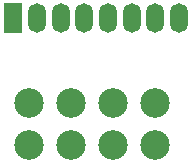
<source format=gbr>
%TF.GenerationSoftware,KiCad,Pcbnew,8.0.3*%
%TF.CreationDate,2024-06-28T12:15:49-07:00*%
%TF.ProjectId,360LPNeckPCB,3336304c-504e-4656-936b-5043422e6b69,rev?*%
%TF.SameCoordinates,Original*%
%TF.FileFunction,Soldermask,Top*%
%TF.FilePolarity,Negative*%
%FSLAX46Y46*%
G04 Gerber Fmt 4.6, Leading zero omitted, Abs format (unit mm)*
G04 Created by KiCad (PCBNEW 8.0.3) date 2024-06-28 12:15:49*
%MOMM*%
%LPD*%
G01*
G04 APERTURE LIST*
%ADD10C,2.500000*%
%ADD11O,1.500000X2.500000*%
%ADD12R,1.500000X2.500000*%
G04 APERTURE END LIST*
D10*
%TO.C,J4*%
X27450000Y-22700000D03*
%TD*%
D11*
%TO.C,J1*%
X33000000Y-15500000D03*
X31000000Y-15500000D03*
X29000000Y-15500000D03*
X27000000Y-15500000D03*
X25000000Y-15500000D03*
X23000000Y-15500000D03*
X21000000Y-15500000D03*
D12*
X19000000Y-15500000D03*
%TD*%
D10*
%TO.C,J9*%
X20350000Y-26250000D03*
%TD*%
%TO.C,J5*%
X27450000Y-26250000D03*
%TD*%
%TO.C,J2*%
X31000000Y-22700000D03*
%TD*%
%TO.C,J7*%
X23900000Y-26250000D03*
%TD*%
%TO.C,J3*%
X31000000Y-26250000D03*
%TD*%
%TO.C,J8*%
X20350000Y-22700000D03*
%TD*%
%TO.C,J6*%
X23900000Y-22700000D03*
%TD*%
M02*

</source>
